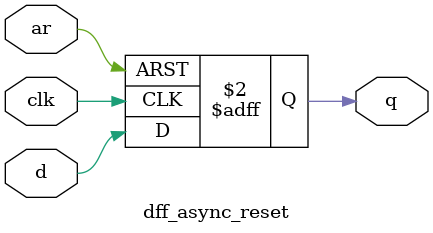
<source format=v>
`timescale 1ns/1ps
module dff_async_reset(
    input d,
    input clk,
    input ar,
    output reg q
);

always @(posedge clk or posedge ar)
begin
    if (ar)
        q <= 1'b0;
    else
        q <= d;
end

endmodule

</source>
